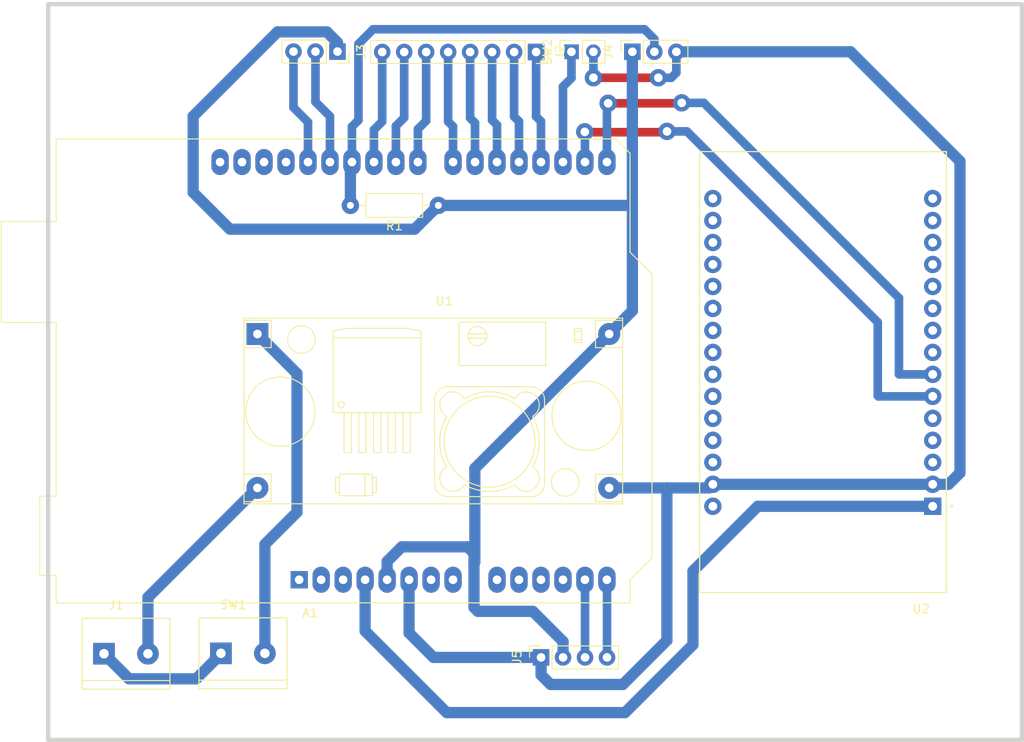
<source format=kicad_pcb>
(kicad_pcb (version 20211014) (generator pcbnew)
  (layers (0 "F.Cu" signal) (31 "B.Cu" signal) (34 "B.Paste" user) (35 "F.Paste" user) (36 "B.SilkS" user "B.Silkscreen") (37 "F.SilkS" user "F.Silkscreen") (38 "B.Mask" user) (39 "F.Mask" user) (44 "Edge.Cuts" user))
  (net 0 "")
  (net 4 "+3V3")
  (net 5 "+5V")
  (net 6 "GND")
  (net 12 "SDA")
  (net 13 "SCL")
  (net 14 "RX")
  (net 15 "TX")
  (net 16 "D2")
  (net 17 "D3")
  (net 18 "D4")
  (net 19 "D5")
  (net 20 "D6")
  (net 21 "D7")
  (net 22 "D8")
  (net 23 "D9")
  (net 24 "D10")
  (net 25 "D11")
  (net 26 "D12")
  (net 27 "D13")
  (net 31 "Net-(J1-Pad1)")
  (net 32 "Net-(J1-Pad2)")
  (net 33 "Net-(SW1-Pad2)")
  (footprint "Connector_TerminalBloks:TE_282837-2" (layer "F.Cu") (at 111.49 135.05)
    (fp_text reference "J1" (at -1.127255 -5.614945) (layer "F.SilkS") (effects (font (size 1.002039 1.002039))))
    (fp_text value "Power")
    (fp_line (start -5.08 3.1) (end -5.08 -4.1) (layer "F.SilkS") (width 0.127))
    (fp_line (start 5.08 4.1) (end -5.08 4.1) (layer "F.SilkS") (width 0.127))
    (fp_line (start -5.08 3.1) (end 5.08 3.1) (layer "F.SilkS") (width 0.127))
    (fp_line (start -5.08 -4.1) (end 5.08 -4.1) (layer "F.SilkS") (width 0.127))
    (fp_line (start -5.08 4.1) (end -5.08 3.1) (layer "F.SilkS") (width 0.127))
    (fp_line (start 5.08 3.1) (end 5.08 4.1) (layer "F.SilkS") (width 0.127))
    (fp_line (start 5.08 -4.1) (end 5.08 3.1) (layer "F.SilkS") (width 0.127))
    (pad "1" thru_hole rect (at -2.54 0) (size 2.5 2.5) (drill 1.1) (layers *.Cu *.Mask) (net 31 "Net-(J1-Pad1)"))
    (pad "2" thru_hole circle (at 2.54 0) (size 2.5 2.5) (drill 1.1) (layers *.Cu *.Mask) (net 32 "Net-(J1-Pad2)"))
  )
  (footprint "Resistor_THT:R_Axial_DIN0207_L6.3mm_D2.5mm_P10.16mm_Horizontal" (layer "F.Cu") (at 147.58 83.25 180)
    (fp_text reference "R1" (at 5.08 -2.37) (layer "F.SilkS"))
    (fp_text value "R")
    (fp_line (start 8.35 -1.37) (end 1.81 -1.37) (layer "F.SilkS") (width 0.12))
    (fp_line (start 8.35 1.37) (end 8.35 -1.37) (layer "F.SilkS") (width 0.12))
    (fp_line (start 1.81 -1.37) (end 1.81 1.37) (layer "F.SilkS") (width 0.12))
    (fp_line (start 1.04 0) (end 1.81 0) (layer "F.SilkS") (width 0.12))
    (fp_line (start 9.12 0) (end 8.35 0) (layer "F.SilkS") (width 0.12))
    (fp_line (start 1.81 1.37) (end 8.35 1.37) (layer "F.SilkS") (width 0.12))
    (pad "1" thru_hole circle (at 0 0 180) (size 2 2) (drill 0.8) (layers *.Cu *.Mask) (net 5 "+5V"))
    (pad "2" thru_hole circle (at 10.16 0 180) (size 2 2) (drill 0.8) (layers *.Cu *.Mask) (net 25 "D11"))
  )
  (footprint "Module:Arduino_UNO_R3" (layer "F.Cu") (at 131.5 80.5)
    (fp_text reference "A1" (at 1.27 49.81) (layer "F.SilkS"))
    (fp_text value "Arduino_UNO_R3")
    (fp_line (start -34.42 16.28) (end -34.42 4.6) (layer "F.SilkS") (width 0.12))
    (fp_line (start -28.07 45.49) (end -29.97 45.49) (layer "F.SilkS") (width 0.12))
    (fp_line (start 38.23 8.15) (end 40.77 10.69) (layer "F.SilkS") (width 0.12))
    (fp_line (start -29.97 36.35) (end -28.07 36.35) (layer "F.SilkS") (width 0.12))
    (fp_line (start -29.97 45.49) (end -29.97 36.35) (layer "F.SilkS") (width 0.12))
    (fp_line (start -28.07 36.35) (end -28.07 16.28) (layer "F.SilkS") (width 0.12))
    (fp_line (start -28.07 48.67) (end -28.07 45.49) (layer "F.SilkS") (width 0.12))
    (fp_line (start 40.77 43.46) (end 38.23 46) (layer "F.SilkS") (width 0.12))
    (fp_line (start 38.23 46) (end 38.23 48.67) (layer "F.SilkS") (width 0.12))
    (fp_line (start 38.23 -3.28) (end 38.23 8.15) (layer "F.SilkS") (width 0.12))
    (fp_line (start 40.77 10.69) (end 40.77 43.46) (layer "F.SilkS") (width 0.12))
    (fp_line (start -28.07 -4.93) (end 36.58 -4.93) (layer "F.SilkS") (width 0.12))
    (fp_line (start 38.23 48.67) (end -28.07 48.67) (layer "F.SilkS") (width 0.12))
    (fp_line (start -28.07 16.28) (end -34.42 16.28) (layer "F.SilkS") (width 0.12))
    (fp_line (start -28.07 4.6) (end -28.07 -4.93) (layer "F.SilkS") (width 0.12))
    (fp_line (start 36.58 -4.93) (end 38.23 -3.28) (layer "F.SilkS") (width 0.12))
    (fp_line (start -34.42 4.6) (end -28.07 4.6) (layer "F.SilkS") (width 0.12))
    (pad "1" thru_hole rect (at 0 46 90) (size 2 2) (drill 1) (layers *.Cu *.Mask))
    (pad "2" thru_hole oval (at 2.54 46 90) (size 3 2) (drill 1) (layers *.Cu *.Mask))
    (pad "3" thru_hole oval (at 5.08 46 90) (size 3 2) (drill 1) (layers *.Cu *.Mask))
    (pad "4" thru_hole oval (at 7.62 46 90) (size 3 2) (drill 1) (layers *.Cu *.Mask) (net 4 "+3V3"))
    (pad "5" thru_hole oval (at 10.16 46 90) (size 3 2) (drill 1) (layers *.Cu *.Mask) (net 5 "+5V"))
    (pad "6" thru_hole oval (at 12.7 46 90) (size 3 2) (drill 1) (layers *.Cu *.Mask) (net 6 "GND"))
    (pad "7" thru_hole oval (at 15.24 46 90) (size 3 2) (drill 1) (layers *.Cu *.Mask))
    (pad "8" thru_hole oval (at 17.78 46 90) (size 3 2) (drill 1) (layers *.Cu *.Mask))
    (pad "9" thru_hole oval (at 22.86 46 90) (size 3 2) (drill 1) (layers *.Cu *.Mask))
    (pad "10" thru_hole oval (at 25.4 46 90) (size 3 2) (drill 1) (layers *.Cu *.Mask))
    (pad "11" thru_hole oval (at 27.94 46 90) (size 3 2) (drill 1) (layers *.Cu *.Mask))
    (pad "12" thru_hole oval (at 30.48 46 90) (size 3 2) (drill 1) (layers *.Cu *.Mask))
    (pad "13" thru_hole oval (at 33.02 46 90) (size 3 2) (drill 1) (layers *.Cu *.Mask) (net 12 "SDA"))
    (pad "14" thru_hole oval (at 35.56 46 90) (size 3 2) (drill 1) (layers *.Cu *.Mask) (net 13 "SCL"))
    (pad "15" thru_hole oval (at 35.56 -2.26 90) (size 3 2) (drill 1) (layers *.Cu *.Mask) (net 14 "RX"))
    (pad "16" thru_hole oval (at 33.02 -2.26 90) (size 3 2) (drill 1) (layers *.Cu *.Mask) (net 15 "TX"))
    (pad "17" thru_hole oval (at 30.48 -2.26 90) (size 3 2) (drill 1) (layers *.Cu *.Mask) (net 16 "D2"))
    (pad "18" thru_hole oval (at 27.94 -2.26 90) (size 3 2) (drill 1) (layers *.Cu *.Mask) (net 17 "D3"))
    (pad "19" thru_hole oval (at 25.4 -2.26 90) (size 3 2) (drill 1) (layers *.Cu *.Mask) (net 18 "D4"))
    (pad "20" thru_hole oval (at 22.86 -2.26 90) (size 3 2) (drill 1) (layers *.Cu *.Mask) (net 19 "D5"))
    (pad "21" thru_hole oval (at 20.32 -2.26 90) (size 3 2) (drill 1) (layers *.Cu *.Mask) (net 20 "D6"))
    (pad "22" thru_hole oval (at 17.78 -2.26 90) (size 3 2) (drill 1) (layers *.Cu *.Mask) (net 21 "D7"))
    (pad "23" thru_hole oval (at 13.72 -2.26 90) (size 3 2) (drill 1) (layers *.Cu *.Mask) (net 22 "D8"))
    (pad "24" thru_hole oval (at 11.18 -2.26 90) (size 3 2) (drill 1) (layers *.Cu *.Mask) (net 23 "D9"))
    (pad "25" thru_hole oval (at 8.64 -2.26 90) (size 3 2) (drill 1) (layers *.Cu *.Mask) (net 24 "D10"))
    (pad "26" thru_hole oval (at 6.1 -2.26 90) (size 3 2) (drill 1) (layers *.Cu *.Mask) (net 25 "D11"))
    (pad "27" thru_hole oval (at 3.56 -2.26 90) (size 3 2) (drill 1) (layers *.Cu *.Mask) (net 26 "D12"))
    (pad "28" thru_hole oval (at 1.02 -2.26 90) (size 3 2) (drill 1) (layers *.Cu *.Mask) (net 27 "D13"))
    (pad "29" thru_hole oval (at -1.52 -2.26 90) (size 3 2) (drill 1) (layers *.Cu *.Mask))
    (pad "30" thru_hole oval (at -4.06 -2.26 90) (size 3 2) (drill 1) (layers *.Cu *.Mask))
    (pad "31" thru_hole oval (at -6.6 -2.26 90) (size 3 2) (drill 1) (layers *.Cu *.Mask))
    (pad "32" thru_hole oval (at -9.14 -2.26 90) (size 3 2) (drill 1) (layers *.Cu *.Mask))
  )
  (footprint "Connector_TerminalBloks:TE_282837-2" (layer "F.Cu") (at 125 135)
    (fp_text reference "SW1" (at -1.127255 -5.614945) (layer "F.SilkS") (effects (font (size 1.002039 1.002039))))
    (fp_text value "SW_Push")
    (fp_line (start 5.08 -4.1) (end 5.08 3.1) (layer "F.SilkS") (width 0.127))
    (fp_line (start -5.08 3.1) (end -5.08 -4.1) (layer "F.SilkS") (width 0.127))
    (fp_line (start 5.08 4.1) (end -5.08 4.1) (layer "F.SilkS") (width 0.127))
    (fp_line (start -5.08 4.1) (end -5.08 3.1) (layer "F.SilkS") (width 0.127))
    (fp_line (start -5.08 -4.1) (end 5.08 -4.1) (layer "F.SilkS") (width 0.127))
    (fp_line (start 5.08 3.1) (end 5.08 4.1) (layer "F.SilkS") (width 0.127))
    (fp_line (start -5.08 3.1) (end 5.08 3.1) (layer "F.SilkS") (width 0.127))
    (pad "1" thru_hole rect (at -2.54 0) (size 2.5 2.5) (drill 1.1) (layers *.Cu *.Mask) (net 31 "Net-(J1-Pad1)"))
    (pad "2" thru_hole circle (at 2.54 0) (size 2.5 2.5) (drill 1.1) (layers *.Cu *.Mask) (net 33 "Net-(SW1-Pad2)"))
  )
  (footprint "Connector_PinSocket_2.54mm:PinSocket_1x03_P2.54mm_Vertical" (layer "F.Cu") (at 135.925 65.475 -90)
    (fp_text reference "J3" (at 0 -2.77 90) (layer "F.SilkS"))
    (fp_text value "Module Stepper")
    (fp_line (start -1.33 1.27) (end 1.33 1.27) (layer "F.SilkS") (width 0.12))
    (fp_line (start -1.33 6.41) (end 1.33 6.41) (layer "F.SilkS") (width 0.12))
    (fp_line (start 0 -1.33) (end 1.33 -1.33) (layer "F.SilkS") (width 0.12))
    (fp_line (start -1.33 1.27) (end -1.33 6.41) (layer "F.SilkS") (width 0.12))
    (fp_line (start 1.33 1.27) (end 1.33 6.41) (layer "F.SilkS") (width 0.12))
    (fp_line (start 1.33 -1.33) (end 1.33 0) (layer "F.SilkS") (width 0.12))
    (pad "1" thru_hole rect (at 0 0 270) (size 1.9 1.9) (drill 1) (layers *.Cu *.Mask) (net 5 "+5V"))
    (pad "2" thru_hole oval (at 0 2.54 270) (size 1.9 1.9) (drill 1) (layers *.Cu *.Mask) (net 26 "D12"))
    (pad "3" thru_hole oval (at 0 5.08 270) (size 1.9 1.9) (drill 1) (layers *.Cu *.Mask) (net 27 "D13"))
  )
  (footprint "ESP32 devkit 1:MODULE_ESP32_DEVKIT_V1" (layer "F.Cu") (at 192 102.5 180)
    (fp_text reference "U2" (at -11.355 -27.36) (layer "F.SilkS"))
    (fp_text value "ESP32-DEVKIT-V1")
    (fp_line (start 14.23 25.475) (end -14.28 25.475) (layer "F.SilkS") (width 0.127))
    (fp_line (start -14.28 -25.475) (end 14.23 -25.475) (layer "F.SilkS") (width 0.127))
    (fp_line (start -14.28 25.475) (end -14.28 -25.475) (layer "F.SilkS") (width 0.127))
    (fp_line (start -14.28 25.475) (end -8.91 25.475) (layer "F.SilkS") (width 0.127))
    (fp_line (start -14.28 25.475) (end -14.28 -25.475) (layer "F.SilkS") (width 0.127))
    (fp_line (start 14.23 -25.475) (end 14.23 25.475) (layer "F.SilkS") (width 0.127))
    (fp_line (start -8.91 25.475) (end 8.78 25.475) (layer "F.SilkS") (width 0.127))
    (fp_line (start 8.78 25.475) (end 14.23 25.475) (layer "F.SilkS") (width 0.127))
    (fp_line (start 3.5 -25.475) (end 14.23 -25.475) (layer "F.SilkS") (width 0.127))
    (fp_line (start -3.211 -25.475) (end 3.5 -25.475) (layer "F.SilkS") (width 0.127))
    (fp_line (start 14.23 -25.475) (end 14.23 25.475) (layer "F.SilkS") (width 0.127))
    (fp_line (start -14.28 -25.475) (end -3.211 -25.475) (layer "F.SilkS") (width 0.127))
    (fp_circle (center -14.85 -15.515) (end -14.75 -15.515) (layer "F.SilkS") (width 0.2) (fill none))
    (pad "1" thru_hole rect (at -12.7 -15.515 180) (size 2 2) (drill 1.02) (layers *.Cu *.Mask) (net 4 "+3V3"))
    (pad "2" thru_hole circle (at -12.7 -12.975 180) (size 2 2) (drill 1.02) (layers *.Cu *.Mask) (net 6 "GND"))
    (pad "3" thru_hole circle (at -12.7 -10.435 180) (size 2 2) (drill 1.02) (layers *.Cu *.Mask))
    (pad "4" thru_hole circle (at -12.7 -7.895 180) (size 2 2) (drill 1.02) (layers *.Cu *.Mask))
    (pad "5" thru_hole circle (at -12.7 -5.355 180) (size 2 2) (drill 1.02) (layers *.Cu *.Mask))
    (pad "6" thru_hole circle (at -12.7 -2.815 180) (size 2 2) (drill 1.02) (layers *.Cu *.Mask) (net 15 "TX"))
    (pad "7" thru_hole circle (at -12.7 -0.275 180) (size 2 2) (drill 1.02) (layers *.Cu *.Mask) (net 14 "RX"))
    (pad "8" thru_hole circle (at -12.7 2.265 180) (size 2 2) (drill 1.02) (layers *.Cu *.Mask))
    (pad "9" thru_hole circle (at -12.7 4.805 180) (size 2 2) (drill 1.02) (layers *.Cu *.Mask))
    (pad "10" thru_hole circle (at -12.7 7.345 180) (size 2 2) (drill 1.02) (layers *.Cu *.Mask))
    (pad "11" thru_hole circle (at -12.7 9.885 180) (size 2 2) (drill 1.02) (layers *.Cu *.Mask))
    (pad "12" thru_hole circle (at -12.7 12.425 180) (size 2 2) (drill 1.02) (layers *.Cu *.Mask))
    (pad "13" thru_hole circle (at -12.7 14.965 180) (size 2 2) (drill 1.02) (layers *.Cu *.Mask))
    (pad "14" thru_hole circle (at -12.7 17.505 180) (size 2 2) (drill 1.02) (layers *.Cu *.Mask))
    (pad "15" thru_hole circle (at -12.7 20.045 180) (size 2 2) (drill 1.02) (layers *.Cu *.Mask))
    (pad "16" thru_hole circle (at 12.7 20.045 180) (size 2 2) (drill 1.02) (layers *.Cu *.Mask))
    (pad "17" thru_hole circle (at 12.7 17.505 180) (size 2 2) (drill 1.02) (layers *.Cu *.Mask))
    (pad "18" thru_hole circle (at 12.7 14.965 180) (size 2 2) (drill 1.02) (layers *.Cu *.Mask))
    (pad "19" thru_hole circle (at 12.7 12.425 180) (size 2 2) (drill 1.02) (layers *.Cu *.Mask))
    (pad "20" thru_hole circle (at 12.7 9.885 180) (size 2 2) (drill 1.02) (layers *.Cu *.Mask))
    (pad "21" thru_hole circle (at 12.7 7.345 180) (size 2 2) (drill 1.02) (layers *.Cu *.Mask))
    (pad "22" thru_hole circle (at 12.7 4.805 180) (size 2 2) (drill 1.02) (layers *.Cu *.Mask))
    (pad "23" thru_hole circle (at 12.7 2.265 180) (size 2 2) (drill 1.02) (layers *.Cu *.Mask))
    (pad "24" thru_hole circle (at 12.7 -0.275 180) (size 2 2) (drill 1.02) (layers *.Cu *.Mask))
    (pad "25" thru_hole circle (at 12.7 -2.815 180) (size 2 2) (drill 1.02) (layers *.Cu *.Mask))
    (pad "26" thru_hole circle (at 12.7 -5.355 180) (size 2 2) (drill 1.02) (layers *.Cu *.Mask))
    (pad "27" thru_hole circle (at 12.7 -7.895 180) (size 2 2) (drill 1.02) (layers *.Cu *.Mask))
    (pad "28" thru_hole circle (at 12.7 -10.435 180) (size 2 2) (drill 1.02) (layers *.Cu *.Mask))
    (pad "29" thru_hole circle (at 12.7 -12.975 180) (size 2 2) (drill 1.02) (layers *.Cu *.Mask) (net 6 "GND"))
    (pad "30" thru_hole circle (at 12.7 -15.515 180) (size 2 2) (drill 1.02) (layers *.Cu *.Mask))
  )
  (footprint "Connector_PinSocket_2.54mm:PinSocket_1x04_P2.54mm_Vertical" (layer "F.Cu") (at 159.45 135.475 90)
    (fp_text reference "J5" (at 0 -2.77 90) (layer "F.SilkS"))
    (fp_text value "LCD I2C")
    (fp_line (start 1.33 -1.33) (end 1.33 0) (layer "F.SilkS") (width 0.12))
    (fp_line (start -1.33 1.27) (end -1.33 8.95) (layer "F.SilkS") (width 0.12))
    (fp_line (start -1.33 8.95) (end 1.33 8.95) (layer "F.SilkS") (width 0.12))
    (fp_line (start -1.33 1.27) (end 1.33 1.27) (layer "F.SilkS") (width 0.12))
    (fp_line (start 1.33 1.27) (end 1.33 8.95) (layer "F.SilkS") (width 0.12))
    (fp_line (start 0 -1.33) (end 1.33 -1.33) (layer "F.SilkS") (width 0.12))
    (pad "1" thru_hole rect (at 0 0 90) (size 1.9 1.9) (drill 1) (layers *.Cu *.Mask) (net 6 "GND"))
    (pad "2" thru_hole circle (at 0 2.54 90) (size 1.9 1.9) (drill 1) (layers *.Cu *.Mask) (net 5 "+5V"))
    (pad "3" thru_hole circle (at 0 5.08 90) (size 1.9 1.9) (drill 1) (layers *.Cu *.Mask) (net 12 "SDA"))
    (pad "4" thru_hole circle (at 0 7.62 90) (size 1.9 1.9) (drill 1) (layers *.Cu *.Mask) (net 13 "SCL"))
  )
  (footprint "Connector_PinSocket_2.54mm:PinSocket_1x08_P2.54mm_Vertical" (layer "F.Cu") (at 158.875 65.525 -90)
    (fp_text reference "J2" (at 0 -2.77 90) (layer "F.SilkS"))
    (fp_text value "Keypad")
    (fp_line (start 1.33 1.27) (end 1.33 19.11) (layer "F.SilkS") (width 0.12))
    (fp_line (start 0 -1.33) (end 1.33 -1.33) (layer "F.SilkS") (width 0.12))
    (fp_line (start -1.33 1.27) (end 1.33 1.27) (layer "F.SilkS") (width 0.12))
    (fp_line (start -1.33 1.27) (end -1.33 19.11) (layer "F.SilkS") (width 0.12))
    (fp_line (start 1.33 -1.33) (end 1.33 0) (layer "F.SilkS") (width 0.12))
    (fp_line (start -1.33 19.11) (end 1.33 19.11) (layer "F.SilkS") (width 0.12))
    (pad "1" thru_hole rect (at 0 0 270) (size 1.9 1.9) (drill 1) (layers *.Cu *.Mask) (net 17 "D3"))
    (pad "2" thru_hole circle (at 0 2.54 270) (size 1.9 1.9) (drill 1) (layers *.Cu *.Mask) (net 18 "D4"))
    (pad "3" thru_hole circle (at 0 5.08 270) (size 1.9 1.9) (drill 1) (layers *.Cu *.Mask) (net 19 "D5"))
    (pad "4" thru_hole circle (at 0 7.62 270) (size 1.9 1.9) (drill 1) (layers *.Cu *.Mask) (net 20 "D6"))
    (pad "5" thru_hole circle (at 0 10.16 270) (size 1.9 1.9) (drill 1) (layers *.Cu *.Mask) (net 21 "D7"))
    (pad "6" thru_hole circle (at 0 12.7 270) (size 1.9 1.9) (drill 1) (layers *.Cu *.Mask) (net 22 "D8"))
    (pad "7" thru_hole circle (at 0 15.24 270) (size 1.9 1.9) (drill 1) (layers *.Cu *.Mask) (net 23 "D9"))
    (pad "8" thru_hole circle (at 0 17.78 270) (size 1.9 1.9) (drill 1) (layers *.Cu *.Mask) (net 24 "D10"))
  )
  (footprint "LM2596:StepDown_LM2596" (layer "F.Cu") (at 126.68 98.11)
    (fp_text reference "U1" (at 21.59 -3.81) (layer "F.SilkS"))
    (fp_text value "LM2596_StepDown")
    (fp_line (start 42.195 19.615) (end 42.195 -1.835) (layer "F.SilkS") (width 0.12))
    (fp_line (start 9.581636 16.183217) (end 13.181636 16.183217) (layer "F.SilkS") (width 0.12))
    (fp_line (start 24.348594 0.007294) (end 24.360553 -0.017705) (layer "F.SilkS") (width 0.12))
    (fp_line (start 36.648681 0.980295) (end 36.648681 -0.619704) (layer "F.SilkS") (width 0.12))
    (fp_line (start -1.555 19.615) (end 42.195 19.615) (layer "F.SilkS") (width 0.12))
    (fp_line (start 21.967397 18.785796) (end 31.667397 18.785796) (layer "F.SilkS") (width 0.12))
    (fp_line (start 37.448681 -0.619704) (end 36.648681 -0.619704) (layer "F.SilkS") (width 0.12))
    (fp_line (start 15.110233 13.69667) (end 15.110233 9.06667) (layer "F.SilkS") (width 0.12))
    (fp_line (start 8.750233 8.989106) (end 8.827797 9.06667) (layer "F.SilkS") (width 0.12))
    (fp_line (start 26.439014 -0.017705) (end 24.360553 -0.017705) (layer "F.SilkS") (width 0.12))
    (fp_line (start 39.06 19.36) (end 42.175 19.36) (layer "F.SilkS") (width 0.12))
    (fp_line (start 18.910233 0.42667) (end 8.750233 0.42667) (layer "F.SilkS") (width 0.12))
    (fp_line (start 42.195 -1.835) (end -1.555 -1.835) (layer "F.SilkS") (width 0.12))
    (fp_line (start 10.850233 13.69667) (end 10.850233 9.06667) (layer "F.SilkS") (width 0.12))
    (fp_line (start 14.250233 13.69667) (end 14.250233 9.06667) (layer "F.SilkS") (width 0.12))
    (fp_line (start 1.58 16.2) (end 1.58 19.36) (layer "F.SilkS") (width 0.12))
    (fp_line (start 33.249783 3.632294) (end 23.349783 3.632294) (layer "F.SilkS") (width 0.12))
    (fp_line (start 10.010233 13.69667) (end 10.010233 9.06667) (layer "F.SilkS") (width 0.12))
    (fp_line (start 9.481636 18.583217) (end 9.481636 16.283217) (layer "F.SilkS") (width 0.12))
    (fp_line (start 13.410233 13.69667) (end 14.250233 13.69667) (layer "F.SilkS") (width 0.12))
    (fp_line (start 13.410233 13.69667) (end 13.410233 9.06667) (layer "F.SilkS") (width 0.12))
    (fp_line (start 1.61 -1.58) (end -0.28 -1.58) (layer "F.SilkS") (width 0.12))
    (fp_line (start 33.167397 17.285796) (end 33.167397 7.585796) (layer "F.SilkS") (width 0.12))
    (fp_line (start 37.448681 0.980295) (end 36.648681 0.980295) (layer "F.SilkS") (width 0.12))
    (fp_line (start 11.710233 13.69667) (end 11.710233 9.06667) (layer "F.SilkS") (width 0.12))
    (fp_line (start 8.750233 -0.36239) (end 10.400233 -0.653329) (layer "F.SilkS") (width 0.12))
    (fp_line (start 17.650233 13.69667) (end 17.650233 9.06667) (layer "F.SilkS") (width 0.12))
    (fp_line (start 9.031636 16.558217) (end 9.481636 16.558217) (layer "F.SilkS") (width 0.12))
    (fp_line (start 13.731636 18.308217) (end 13.281636 18.308217) (layer "F.SilkS") (width 0.12))
    (fp_line (start 15.950233 13.69667) (end 15.950233 9.06667) (layer "F.SilkS") (width 0.12))
    (fp_line (start 1.58 1.27) (end 1.61 -1.58) (layer "F.SilkS") (width 0.12))
    (fp_line (start 39.06 1.58) (end 39.06 -1.58) (layer "F.SilkS") (width 0.12))
    (fp_line (start 23.299783 3.582294) (end 23.299783 -1.317705) (layer "F.SilkS") (width 0.12))
    (fp_line (start -1.55 -1.58) (end -0.25 -1.58) (layer "F.SilkS") (width 0.12))
    (fp_line (start 13.281636 16.558217) (end 13.731636 16.558217) (layer "F.SilkS") (width 0.12))
    (fp_line (start 1.58 1.27) (end 1.58 1.58) (layer "F.SilkS") (width 0.12))
    (fp_line (start 13.281636 16.283217) (end 13.281636 18.583217) (layer "F.SilkS") (width 0.12))
    (fp_line (start 8.827797 9.06667) (end 18.83267 9.06667) (layer "F.SilkS") (width 0.12))
    (fp_line (start -1.55 16.2) (end 1.58 16.2) (layer "F.SilkS") (width 0.12))
    (fp_line (start 36.648681 -0.299704) (end 37.448681 -0.299704) (layer "F.SilkS") (width 0.12))
    (fp_line (start 39.06 -1.58) (end 42.175 -1.58) (layer "F.SilkS") (width 0.12))
    (fp_line (start 13.731636 16.558217) (end 13.731636 18.308217) (layer "F.SilkS") (width 0.12))
    (fp_line (start 18.910233 8.989106) (end 18.910233 -0.36239) (layer "F.SilkS") (width 0.12))
    (fp_line (start 31.667397 6.085796) (end 21.967397 6.085796) (layer "F.SilkS") (width 0.12))
    (fp_line (start 39.06 16.2) (end 42.175 16.2) (layer "F.SilkS") (width 0.12))
    (fp_line (start 9.481636 18.308217) (end 9.031636 18.308217) (layer "F.SilkS") (width 0.12))
    (fp_line (start 10.010233 13.69667) (end 10.850233 13.69667) (layer "F.SilkS") (width 0.12))
    (fp_line (start 39.06 1.58) (end 42.22 1.58) (layer "F.SilkS") (width 0.12))
    (fp_line (start 11.710233 13.69667) (end 12.550233 13.69667) (layer "F.SilkS") (width 0.12))
    (fp_line (start 23.349783 -1.367705) (end 33.249783 -1.367705) (layer "F.SilkS") (width 0.12))
    (fp_line (start 37.448681 -0.619704) (end 37.448681 0.980295) (layer "F.SilkS") (width 0.12))
    (fp_line (start 24.360553 0.482294) (end 26.439014 0.482294) (layer "F.SilkS") (width 0.12))
    (fp_line (start 31.858978 -1.368705) (end 31.814106 -1.368705) (layer "F.SilkS") (width 0.12))
    (fp_line (start 39.06 19.36) (end 39.06 16.2) (layer "F.SilkS") (width 0.12))
    (fp_line (start 20.467397 7.585796) (end 20.467397 17.285796) (layer "F.SilkS") (width 0.12))
    (fp_line (start 37.448681 0.660295) (end 36.648681 0.660295) (layer "F.SilkS") (width 0.12))
    (fp_line (start 24.348594 0.007294) (end 24.324147 0.002062) (layer "F.SilkS") (width 0.12))
    (fp_line (start 15.110233 13.69667) (end 15.950233 13.69667) (layer "F.SilkS") (width 0.12))
    (fp_line (start 12.411358 16.283217) (end 12.411358 18.583217) (layer "F.SilkS") (width 0.12))
    (fp_line (start -1.55 19.36) (end 1.58 19.36) (layer "F.SilkS") (width 0.12))
    (fp_line (start 16.810233 13.69667) (end 16.810233 9.06667) (layer "F.SilkS") (width 0.12))
    (fp_line (start 16.810233 13.69667) (end 17.650233 13.69667) (layer "F.SilkS") (width 0.12))
    (fp_line (start 10.400233 -0.653329) (end 17.260233 -0.653329) (layer "F.SilkS") (width 0.12))
    (fp_line (start 8.749233 1.004149) (end 8.749233 1.165687) (layer "F.SilkS") (width 0.12))
    (fp_line (start -1.55 1.575) (end 1.58 1.58) (layer "F.SilkS") (width 0.12))
    (fp_line (start 18.83267 9.06667) (end 18.910233 8.989106) (layer "F.SilkS") (width 0.12))
    (fp_line (start 31.942312 -1.368705) (end 31.908357 -1.368705) (layer "F.SilkS") (width 0.12))
    (fp_line (start 24.336385 -0.0491) (end 24.360553 -0.017705) (layer "F.SilkS") (width 0.12))
    (fp_line (start 24.348594 0.007294) (end 24.355764 -0.023925) (layer "F.SilkS") (width 0.12))
    (fp_line (start 13.181636 18.683217) (end 9.581636 18.683217) (layer "F.SilkS") (width 0.12))
    (fp_line (start 13.282636 16.794696) (end 13.282636 16.700144) (layer "F.SilkS") (width 0.12))
    (fp_line (start 12.550233 13.69667) (end 12.550233 9.06667) (layer "F.SilkS") (width 0.12))
    (fp_line (start -1.555 -1.835) (end -1.555 19.615) (layer "F.SilkS") (width 0.12))
    (fp_line (start 17.260233 -0.653329) (end 18.910233 -0.36239) (layer "F.SilkS") (width 0.12))
    (fp_line (start 33.299783 -1.317705) (end 33.299783 3.582294) (layer "F.SilkS") (width 0.12))
    (fp_line (start 9.031636 18.308217) (end 9.031636 16.558217) (layer "F.SilkS") (width 0.12))
    (fp_line (start 8.750233 8.989106) (end 8.750233 -0.36239) (layer "F.SilkS") (width 0.12))
    (fp_arc (start 23.299783 -1.317705) (mid 23.314428 -1.35306) (end 23.349783 -1.367705) (layer "F.SilkS") (width 0.12))
    (fp_arc (start 21.781132 9.466011) (mid 21.514096 7.132496) (end 23.847611 7.399531) (layer "F.SilkS") (width 0.12))
    (fp_arc (start 31.853662 15.405582) (mid 32.120698 17.739097) (end 29.787183 17.472062) (layer "F.SilkS") (width 0.12))
    (fp_arc (start 23.981783 7.433617) (mid 23.907845 7.443544) (end 23.847611 7.399531) (layer "F.SilkS") (width 0.12))
    (fp_arc (start 31.819576 9.600183) (mid 32.567397 12.435797) (end 31.819576 15.27141) (layer "F.SilkS") (width 0.12))
    (fp_arc (start 24.324148 0.462527) (mid 26.469609 -0.023572) (end 24.336385 0.51369) (layer "F.SilkS") (width 0.12))
    (fp_arc (start 29.787183 7.399531) (mid 32.120698 7.132495) (end 31.853662 9.466011) (layer "F.SilkS") (width 0.12))
    (fp_arc (start 9.581636 18.683217) (mid 9.510925 18.653928) (end 9.481636 18.583217) (layer "F.SilkS") (width 0.12))
    (fp_arc (start 21.967397 18.785796) (mid 20.906737 18.346456) (end 20.467397 17.285796) (layer "F.SilkS") (width 0.12))
    (fp_arc (start 29.653011 17.437976) (mid 29.726949 17.428049) (end 29.787183 17.472062) (layer "F.SilkS") (width 0.12))
    (fp_arc (start 33.167397 17.285796) (mid 32.728057 18.346456) (end 31.667397 18.785796) (layer "F.SilkS") (width 0.12))
    (fp_arc (start 20.467397 7.585796) (mid 20.906737 6.525136) (end 21.967397 6.085796) (layer "F.SilkS") (width 0.12))
    (fp_arc (start 23.349783 3.632294) (mid 23.314428 3.617649) (end 23.299783 3.582294) (layer "F.SilkS") (width 0.12))
    (fp_arc (start 33.299783 3.582294) (mid 33.285138 3.617649) (end 33.249783 3.632294) (layer "F.SilkS") (width 0.12))
    (fp_arc (start 23.847611 17.472062) (mid 23.907845 17.428049) (end 23.981783 17.437976) (layer "F.SilkS") (width 0.12))
    (fp_arc (start 29.653011 17.437976) (mid 26.817397 18.185797) (end 23.981783 17.437976) (layer "F.SilkS") (width 0.12))
    (fp_arc (start 13.281636 18.583217) (mid 13.252347 18.653928) (end 13.181636 18.683217) (layer "F.SilkS") (width 0.12))
    (fp_arc (start 29.787183 7.399531) (mid 29.726949 7.443544) (end 29.653011 7.433617) (layer "F.SilkS") (width 0.12))
    (fp_arc (start 21.815218 15.27141) (mid 21.067397 12.435797) (end 21.815218 9.600183) (layer "F.SilkS") (width 0.12))
    (fp_arc (start 31.667397 6.085796) (mid 32.728057 6.525136) (end 33.167397 7.585796) (layer "F.SilkS") (width 0.12))
    (fp_arc (start 21.815217 15.271409) (mid 21.825145 15.345347) (end 21.781132 15.405582) (layer "F.SilkS") (width 0.12))
    (fp_arc (start 23.847611 17.472062) (mid 21.514096 17.739098) (end 21.781132 15.405582) (layer "F.SilkS") (width 0.12))
    (fp_arc (start 33.249783 -1.367705) (mid 33.285138 -1.35306) (end 33.299783 -1.317705) (layer "F.SilkS") (width 0.12))
    (fp_arc (start 21.781131 9.46601) (mid 21.825145 9.526245) (end 21.815218 9.600183) (layer "F.SilkS") (width 0.12))
    (fp_arc (start 23.981784 7.433617) (mid 26.817398 6.685796) (end 29.653011 7.433617) (layer "F.SilkS") (width 0.12))
    (fp_arc (start 31.853663 15.405583) (mid 31.809649 15.345348) (end 31.819576 15.27141) (layer "F.SilkS") (width 0.12))
    (fp_arc (start 31.819577 9.600184) (mid 31.809649 9.526246) (end 31.853662 9.466011) (layer "F.SilkS") (width 0.12))
    (fp_arc (start 9.481636 16.283217) (mid 9.510925 16.212506) (end 9.581636 16.183217) (layer "F.SilkS") (width 0.12))
    (fp_arc (start 13.181636 16.183217) (mid 13.252347 16.212506) (end 13.281636 16.283217) (layer "F.SilkS") (width 0.12))
    (fp_circle (center 5.08 0.635) (end 6.678999 0.635) (layer "F.SilkS") (width 0.12) (fill none))
    (fp_circle (center 38.029307 9.455206) (end 42.029307 9.455206) (layer "F.SilkS") (width 0.12) (fill none))
    (fp_circle (center 26.817397 12.435796) (end 32.067397 12.435796) (layer "F.SilkS") (width 0.12) (fill none))
    (fp_circle (center 9.673179 8.154594) (end 10.048179 8.154594) (layer "F.SilkS") (width 0.12) (fill none))
    (fp_circle (center 2.646666 8.957418) (end 6.646666 8.957418) (layer "F.SilkS") (width 0.12) (fill none))
    (fp_circle (center 35.56 17.145) (end 37.159 17.145) (layer "F.SilkS") (width 0.12) (fill none))
    (pad "1" thru_hole rect (at 0 0) (size 2.54 2.54) (drill 1) (layers *.Cu *.Mask) (net 33 "Net-(SW1-Pad2)"))
    (pad "2" thru_hole circle (at 0 17.78) (size 2.54 2.54) (drill 1) (layers *.Cu *.Mask) (net 32 "Net-(J1-Pad2)"))
    (pad "3" thru_hole circle (at 40.64 17.78) (size 2.54 2.54) (drill 1) (layers *.Cu *.Mask) (net 6 "GND"))
    (pad "4" thru_hole circle (at 40.64 0) (size 2.54 2.54) (drill 1) (layers *.Cu *.Mask) (net 5 "+5V"))
  )
  (footprint "Connector_PinSocket_2.54mm:PinSocket_1x03_P2.54mm_Vertical" (layer "F.Cu") (at 170 65.5 90)
    (fp_text reference "J4" (at 0 -2.77 90) (layer "F.SilkS"))
    (fp_text value "DS18b20")
    (fp_line (start -1.33 1.27) (end -1.33 6.41) (layer "F.SilkS") (width 0.12))
    (fp_line (start -1.33 1.27) (end 1.33 1.27) (layer "F.SilkS") (width 0.12))
    (fp_line (start 0 -1.33) (end 1.33 -1.33) (layer "F.SilkS") (width 0.12))
    (fp_line (start 1.33 1.27) (end 1.33 6.41) (layer "F.SilkS") (width 0.12))
    (fp_line (start -1.33 6.41) (end 1.33 6.41) (layer "F.SilkS") (width 0.12))
    (fp_line (start 1.33 -1.33) (end 1.33 0) (layer "F.SilkS") (width 0.12))
    (pad "1" thru_hole rect (at 0 0 90) (size 1.9 1.9) (drill 1) (layers *.Cu *.Mask) (net 5 "+5V"))
    (pad "2" thru_hole circle (at 0 2.54 90) (size 1.9 1.9) (drill 1) (layers *.Cu *.Mask) (net 25 "D11"))
    (pad "3" thru_hole circle (at 0 5.08 90) (size 1.9 1.9) (drill 1) (layers *.Cu *.Mask) (net 6 "GND"))
  )
  (footprint "Connector_PinSocket_2.54mm:PinSocket_1x02_P2.54mm_Vertical" (layer "F.Cu") (at 162.96 65.5 90)
    (fp_text reference "SW2" (at 0 -2.77 90) (layer "F.SilkS"))
    (fp_text value "Limit Swich")
    (fp_line (start 1.33 1.27) (end 1.33 3.87) (layer "F.SilkS") (width 0.12))
    (fp_line (start 0 -1.33) (end 1.33 -1.33) (layer "F.SilkS") (width 0.12))
    (fp_line (start -1.33 1.27) (end -1.33 3.87) (layer "F.SilkS") (width 0.12))
    (fp_line (start -1.33 1.27) (end 1.33 1.27) (layer "F.SilkS") (width 0.12))
    (fp_line (start -1.33 3.87) (end 1.33 3.87) (layer "F.SilkS") (width 0.12))
    (fp_line (start 1.33 -1.33) (end 1.33 0) (layer "F.SilkS") (width 0.12))
    (pad "1" thru_hole rect (at 0 0 90) (size 1.7 1.7) (drill 1) (layers *.Cu *.Mask) (net 16 "D2"))
    (pad "2" thru_hole oval (at 0 2.54 90) (size 1.7 1.7) (drill 1) (layers *.Cu *.Mask) (net 6 "GND"))
  )
  (gr_line (start 215 145) (end 102.5 145) (layer "Edge.Cuts") (width 0.5))
  (gr_line (start 102.5 60) (end 215 60) (layer "Edge.Cuts") (width 0.5))
  (gr_line (start 102.5 145) (end 102.5 60) (layer "Edge.Cuts") (width 0.5))
  (gr_line (start 215 60) (end 215 145) (layer "Edge.Cuts") (width 0.5))
  (segment (start 177 134) (end 177 125.5) (width 1.3) (layer "B.Cu") (net 4))
  (segment (start 148.55 141.85) (end 169.15 141.85) (width 1.3) (layer "B.Cu") (net 4))
  (segment (start 184.485 118.015) (end 204.7 118.015) (width 1.3) (layer "B.Cu") (net 4))
  (segment (start 177 125.5) (end 184.485 118.015) (width 1.3) (layer "B.Cu") (net 4))
  (segment (start 139.12 132.42) (end 148.55 141.85) (width 1.3) (layer "B.Cu") (net 4))
  (segment (start 169.15 141.85) (end 177 134) (width 1.3) (layer "B.Cu") (net 4))
  (segment (start 139.12 126.5) (end 139.12 132.42) (width 1.3) (layer "B.Cu") (net 4))
  (segment (start 152.15 130.15) (end 151.7 129.7) (width 1.3) (layer "B.Cu") (net 5))
  (segment (start 135.925 64.425) (end 134.7 63.2) (width 1.3) (layer "B.Cu") (net 5))
  (segment (start 147.58 83.25) (end 170 83.25) (width 1.3) (layer "B.Cu") (net 5))
  (segment (start 170 95.43) (end 167.32 98.11) (width 1.3) (layer "B.Cu") (net 5))
  (segment (start 167.32 98.11) (end 151.8 113.63) (width 1.3) (layer "B.Cu") (net 5))
  (segment (start 151.8 113.63) (end 151.8 124.45) (width 1.3) (layer "B.Cu") (net 5))
  (segment (start 123.5 86) (end 144.83 86) (width 1.3) (layer "B.Cu") (net 5))
  (segment (start 158.5 130.15) (end 152.15 130.15) (width 1.3) (layer "B.Cu") (net 5))
  (segment (start 134.7 63.2) (end 129 63.2) (width 1.3) (layer "B.Cu") (net 5))
  (segment (start 170 83.25) (end 170 95.43) (width 1.3) (layer "B.Cu") (net 5))
  (segment (start 119.25 72.95) (end 119.25 81.75) (width 1.3) (layer "B.Cu") (net 5))
  (segment (start 135.925 65.475) (end 135.925 64.425) (width 1.3) (layer "B.Cu") (net 5))
  (segment (start 143.35 122.7) (end 141.66 124.39) (width 1.3) (layer "B.Cu") (net 5))
  (segment (start 161.99 133.64) (end 158.5 130.15) (width 1.3) (layer "B.Cu") (net 5))
  (segment (start 129 63.2) (end 119.25 72.95) (width 1.3) (layer "B.Cu") (net 5))
  (segment (start 141.66 124.39) (end 141.66 126.5) (width 1.3) (layer "B.Cu") (net 5))
  (segment (start 119.25 81.75) (end 123.5 86) (width 1.3) (layer "B.Cu") (net 5))
  (segment (start 151.8 124.45) (end 151.7 124.55) (width 1.3) (layer "B.Cu") (net 5))
  (segment (start 151.7 123.45) (end 150.95 122.7) (width 1.3) (layer "B.Cu") (net 5))
  (segment (start 151.7 129.7) (end 151.7 124.55) (width 1.3) (layer "B.Cu") (net 5))
  (segment (start 144.83 86) (end 147.58 83.25) (width 1.3) (layer "B.Cu") (net 5))
  (segment (start 151.7 124.55) (end 151.7 123.45) (width 1.3) (layer "B.Cu") (net 5))
  (segment (start 161.99 135.475) (end 161.99 133.64) (width 1.3) (layer "B.Cu") (net 5))
  (segment (start 170 65.5) (end 170 83.25) (width 1.3) (layer "B.Cu") (net 5))
  (segment (start 150.95 122.7) (end 143.35 122.7) (width 1.3) (layer "B.Cu") (net 5))
  (segment (start 165.5 68.5) (end 173 68.5) (width 1) (layer "F.Cu") (net 6))
  (via (at 165.5 68.5) (size 2) (drill 1) (layers "F.Cu" "B.Cu") (net 6))
  (via (at 173 68.5) (size 2) (drill 1) (layers "F.Cu" "B.Cu") (net 6))
  (segment (start 179.3 115.475) (end 204.7 115.475) (width 1.3) (layer "B.Cu") (net 6))
  (segment (start 175.08 65.5) (end 195.2 65.5) (width 1.3) (layer "B.Cu") (net 6))
  (segment (start 160.55 138.6) (end 159.45 137.5) (width 1.3) (layer "B.Cu") (net 6))
  (segment (start 207.85 114.15) (end 206.525 115.475) (width 1.3) (layer "B.Cu") (net 6))
  (segment (start 167.32 115.89) (end 173.99 115.89) (width 1.3) (layer "B.Cu") (net 6))
  (segment (start 159.45 135.475) (end 147.025 135.475) (width 1.3) (layer "B.Cu") (net 6))
  (segment (start 159.45 137.5) (end 159.45 135.475) (width 1.3) (layer "B.Cu") (net 6))
  (segment (start 178.885 115.89) (end 179.3 115.475) (width 1.3) (layer "B.Cu") (net 6))
  (segment (start 173.99 115.89) (end 178.885 115.89) (width 1.3) (layer "B.Cu") (net 6))
  (segment (start 144.2 132.65) (end 144.2 126.5) (width 1.3) (layer "B.Cu") (net 6))
  (segment (start 207.85 78.15) (end 207.85 114.15) (width 1.3) (layer "B.Cu") (net 6))
  (segment (start 173 68.5) (end 174.5 68.5) (width 1) (layer "B.Cu") (net 6))
  (segment (start 147.025 135.475) (end 144.2 132.65) (width 1.3) (layer "B.Cu") (net 6))
  (segment (start 174.5 68.5) (end 175.08 67.92) (width 1) (layer "B.Cu") (net 6))
  (segment (start 168.9 138.6) (end 160.55 138.6) (width 1.3) (layer "B.Cu") (net 6))
  (segment (start 175.08 67.92) (end 175.08 65.5) (width 1) (layer "B.Cu") (net 6))
  (segment (start 173.99 133.51) (end 168.9 138.6) (width 1.3) (layer "B.Cu") (net 6))
  (segment (start 195.2 65.5) (end 207.85 78.15) (width 1.3) (layer "B.Cu") (net 6))
  (segment (start 165.5 65.5) (end 165.5 68.5) (width 1) (layer "B.Cu") (net 6))
  (segment (start 173.99 115.89) (end 173.99 133.51) (width 1.3) (layer "B.Cu") (net 6))
  (segment (start 206.525 115.475) (end 204.7 115.475) (width 1.3) (layer "B.Cu") (net 6))
  (segment (start 164.53 135.475) (end 164.53 126.51) (width 1) (layer "B.Cu") (net 12))
  (segment (start 164.53 126.51) (end 164.52 126.5) (width 1) (layer "B.Cu") (net 12))
  (segment (start 167.07 135.475) (end 167.07 126.51) (width 1) (layer "B.Cu") (net 13))
  (segment (start 167.07 126.51) (end 167.06 126.5) (width 1) (layer "B.Cu") (net 13))
  (segment (start 167.2 71.45) (end 175.65 71.45) (width 1) (layer "F.Cu") (net 14))
  (segment (start 175.65 71.45) (end 175.7 71.4) (width 1) (layer "F.Cu") (net 14))
  (via (at 167.2 71.45) (size 2) (drill 1) (layers "F.Cu" "B.Cu") (net 14))
  (via (at 175.7 71.4) (size 2) (drill 1) (layers "F.Cu" "B.Cu") (net 14))
  (segment (start 167.06 71.59) (end 167.2 71.45) (width 1) (layer "B.Cu") (net 14))
  (segment (start 175.7 71.4) (end 178.25 71.4) (width 1) (layer "B.Cu") (net 14))
  (segment (start 167.06 78.24) (end 167.06 71.59) (width 1) (layer "B.Cu") (net 14))
  (segment (start 200.8 102.75) (end 200.825 102.775) (width 1) (layer "B.Cu") (net 14))
  (segment (start 178.25 71.4) (end 200.8 93.95) (width 1) (layer "B.Cu") (net 14))
  (segment (start 200.825 102.775) (end 204.7 102.775) (width 1) (layer "B.Cu") (net 14))
  (segment (start 200.8 93.95) (end 200.8 102.75) (width 1) (layer "B.Cu") (net 14))
  (segment (start 173.95 74.75) (end 174 74.7) (width 1) (layer "F.Cu") (net 15))
  (segment (start 164.52 74.77) (end 164.5 74.75) (width 1) (layer "F.Cu") (net 15))
  (segment (start 164.25 74.79) (end 173.7 74.79) (width 1) (layer "F.Cu") (net 15))
  (via (at 174 74.7) (size 2) (drill 1) (layers "F.Cu" "B.Cu") (net 15))
  (via (at 164.5 74.75) (size 2) (drill 1) (layers "F.Cu" "B.Cu") (net 15))
  (segment (start 164.52 78.24) (end 164.52 74.77) (width 1) (layer "B.Cu") (net 15))
  (segment (start 174 74.7) (end 176.3 74.7) (width 1) (layer "B.Cu") (net 15))
  (segment (start 198.415 105.315) (end 204.7 105.315) (width 1) (layer "B.Cu") (net 15))
  (segment (start 198.35 96.75) (end 198.35 105.25) (width 1) (layer "B.Cu") (net 15))
  (segment (start 164.52 74.77) (end 164.5 74.75) (width 1) (layer "B.Cu") (net 15))
  (segment (start 198.35 105.25) (end 198.415 105.315) (width 1) (layer "B.Cu") (net 15))
  (segment (start 176.3 74.7) (end 198.35 96.75) (width 1) (layer "B.Cu") (net 15))
  (segment (start 162.96 68.54) (end 161.98 69.52) (width 1) (layer "B.Cu") (net 16))
  (segment (start 161.98 69.52) (end 161.98 78.24) (width 1) (layer "B.Cu") (net 16))
  (segment (start 162.96 65.5) (end 162.96 68.54) (width 1) (layer "B.Cu") (net 16))
  (segment (start 159.44 73.54) (end 159.44 78.24) (width 1) (layer "B.Cu") (net 17))
  (segment (start 158.875 65.525) (end 158.875 72.975) (width 1) (layer "B.Cu") (net 17))
  (segment (start 158.875 72.975) (end 159.44 73.54) (width 1) (layer "B.Cu") (net 17))
  (segment (start 156.335 65.525) (end 156.335 72.985) (width 1) (layer "B.Cu") (net 18))
  (segment (start 156.9 73.55) (end 156.9 78.24) (width 1) (layer "B.Cu") (net 18))
  (segment (start 156.335 72.985) (end 156.9 73.55) (width 1) (layer "B.Cu") (net 18))
  (segment (start 153.795 65.525) (end 153.795 73.395) (width 1) (layer "B.Cu") (net 19))
  (segment (start 154.36 73.96) (end 154.36 78.24) (width 1) (layer "B.Cu") (net 19))
  (segment (start 153.795 73.395) (end 154.36 73.96) (width 1) (layer "B.Cu") (net 19))
  (segment (start 151.255 65.525) (end 151.255 73.155) (width 1) (layer "B.Cu") (net 20))
  (segment (start 151.82 73.72) (end 151.82 78.24) (width 1) (layer "B.Cu") (net 20))
  (segment (start 151.255 73.155) (end 151.82 73.72) (width 1) (layer "B.Cu") (net 20))
  (segment (start 148.715 73.565) (end 149.28 74.13) (width 1) (layer "B.Cu") (net 21))
  (segment (start 148.715 65.525) (end 148.715 73.565) (width 1) (layer "B.Cu") (net 21))
  (segment (start 149.28 74.13) (end 149.28 78.24) (width 1) (layer "B.Cu") (net 21))
  (segment (start 146.175 73.475) (end 145.22 74.43) (width 1) (layer "B.Cu") (net 22))
  (segment (start 145.22 74.43) (end 145.22 78.24) (width 1) (layer "B.Cu") (net 22))
  (segment (start 146.175 65.525) (end 146.175 73.475) (width 1) (layer "B.Cu") (net 22))
  (segment (start 143.635 65.525) (end 143.635 73.115) (width 1) (layer "B.Cu") (net 23))
  (segment (start 143.635 73.115) (end 142.68 74.07) (width 1) (layer "B.Cu") (net 23))
  (segment (start 142.68 74.07) (end 142.68 78.24) (width 1) (layer "B.Cu") (net 23))
  (segment (start 140.14 74.51) (end 140.14 78.24) (width 1) (layer "B.Cu") (net 24))
  (segment (start 141.095 73.555) (end 140.14 74.51) (width 1) (layer "B.Cu") (net 24))
  (segment (start 141.095 65.525) (end 141.095 73.555) (width 1) (layer "B.Cu") (net 24))
  (segment (start 138.35 73.4) (end 137.6 74.15) (width 1) (layer "B.Cu") (net 25))
  (segment (start 171.4 62.9) (end 140.05 62.9) (width 1) (layer "B.Cu") (net 25))
  (segment (start 140.05 62.9) (end 138.35 64.6) (width 1) (layer "B.Cu") (net 25))
  (segment (start 172.54 65.5) (end 172.54 64.04) (width 1) (layer "B.Cu") (net 25))
  (segment (start 137.42 83.25) (end 137.42 78.42) (width 1.3) (layer "B.Cu") (net 25))
  (segment (start 138.35 64.6) (end 138.35 73.4) (width 1) (layer "B.Cu") (net 25))
  (segment (start 137.6 74.15) (end 137.6 78.24) (width 1) (layer "B.Cu") (net 25))
  (segment (start 172.54 64.04) (end 171.4 62.9) (width 1) (layer "B.Cu") (net 25))
  (segment (start 137.42 78.42) (end 137.6 78.24) (width 1.3) (layer "B.Cu") (net 25))
  (segment (start 137.26 78.58) (end 137.6 78.24) (width 1) (layer "B.Cu") (net 25))
  (segment (start 133.385 65.475) (end 133.385 71.285) (width 1) (layer "B.Cu") (net 26))
  (segment (start 135.06 72.96) (end 135.06 78.24) (width 1) (layer "B.Cu") (net 26))
  (segment (start 133.385 71.285) (end 135.06 72.96) (width 1) (layer "B.Cu") (net 26))
  (segment (start 130.845 71.945) (end 132.52 73.62) (width 1) (layer "B.Cu") (net 27))
  (segment (start 130.845 65.475) (end 130.845 71.945) (width 1) (layer "B.Cu") (net 27))
  (segment (start 132.52 73.62) (end 132.52 78.24) (width 1) (layer "B.Cu") (net 27))
  (segment (start 122.46 135.09) (end 119.6 137.95) (width 1.3) (layer "B.Cu") (net 31))
  (segment (start 111.85 137.95) (end 108.95 135.05) (width 1.3) (layer "B.Cu") (net 31))
  (segment (start 122.46 135) (end 122.46 135.09) (width 1.3) (layer "B.Cu") (net 31))
  (segment (start 119.6 137.95) (end 111.85 137.95) (width 1.3) (layer "B.Cu") (net 31))
  (segment (start 114.03 135.05) (end 114.03 128.54) (width 1.3) (layer "B.Cu") (net 32))
  (segment (start 114.03 128.54) (end 126.68 115.89) (width 1.3) (layer "B.Cu") (net 32))
  (segment (start 131.25 102.68) (end 126.68 98.11) (width 1.3) (layer "B.Cu") (net 33))
  (segment (start 131.25 118.7) (end 131.25 102.68) (width 1.3) (layer "B.Cu") (net 33))
  (segment (start 127.54 135) (end 127.54 122.41) (width 1.3) (layer "B.Cu") (net 33))
  (segment (start 127.54 122.41) (end 131.25 118.7) (width 1.3) (layer "B.Cu") (net 33))
)
</source>
